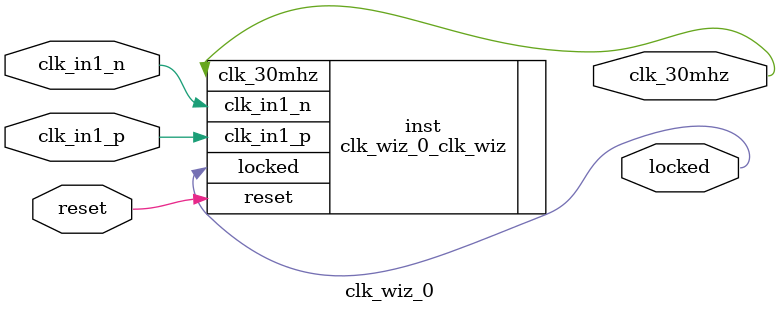
<source format=v>


`timescale 1ps/1ps

(* CORE_GENERATION_INFO = "clk_wiz_0,clk_wiz_v6_0_6_0_0,{component_name=clk_wiz_0,use_phase_alignment=false,use_min_o_jitter=false,use_max_i_jitter=false,use_dyn_phase_shift=false,use_inclk_switchover=false,use_dyn_reconfig=false,enable_axi=0,feedback_source=FDBK_AUTO,PRIMITIVE=MMCM,num_out_clk=1,clkin1_period=3.333,clkin2_period=10.0,use_power_down=false,use_reset=true,use_locked=true,use_inclk_stopped=false,feedback_type=SINGLE,CLOCK_MGR_TYPE=NA,manual_override=false}" *)

module clk_wiz_0 
 (
  // Clock out ports
  output        clk_30mhz,
  // Status and control signals
  input         reset,
  output        locked,
 // Clock in ports
  input         clk_in1_p,
  input         clk_in1_n
 );

  clk_wiz_0_clk_wiz inst
  (
  // Clock out ports  
  .clk_30mhz(clk_30mhz),
  // Status and control signals               
  .reset(reset), 
  .locked(locked),
 // Clock in ports
  .clk_in1_p(clk_in1_p),
  .clk_in1_n(clk_in1_n)
  );

endmodule

</source>
